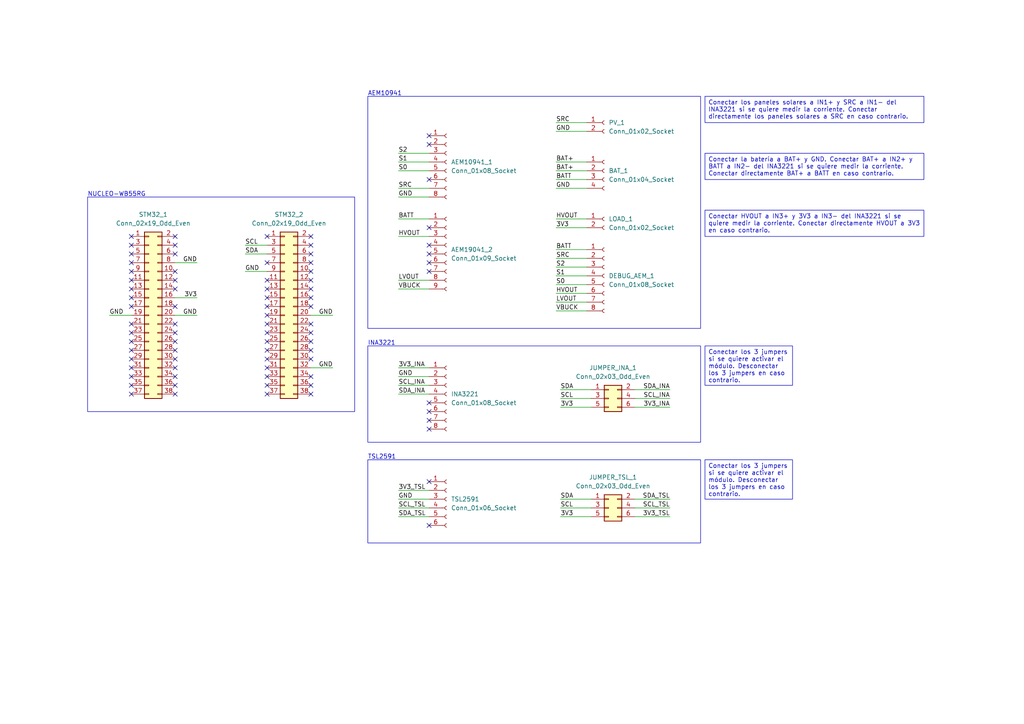
<source format=kicad_sch>
(kicad_sch (version 20250114) (generator "eeschema") (generator_version "9.0")
  (paper "A4")
  (lib_symbols
    (symbol "Conn_02x19_Odd_Even_1" (pin_names (offset 1.016) (hide yes))
      (property "Reference" "J" (at 1.27 25.4 0))
      (property "Value" "Conn_02x19_Odd_Even" (at 1.27 -25.4 0))
      (symbol "Conn_02x19_Odd_Even_1_1_1"
        (rectangle (start -1.27 24.13) (end 3.81 -24.13) (stroke (width 0.254)) (fill (type background)))
        (rectangle (start -1.27 22.987) (end 0 22.733) (stroke (width 0.1524)))
        (rectangle (start -1.27 20.447) (end 0 20.193) (stroke (width 0.1524)))
        (rectangle (start -1.27 17.907) (end 0 17.653) (stroke (width 0.1524)))
        (rectangle (start -1.27 15.367) (end 0 15.113) (stroke (width 0.1524)))
        (rectangle (start -1.27 12.827) (end 0 12.573) (stroke (width 0.1524)))
        (rectangle (start -1.27 10.287) (end 0 10.033) (stroke (width 0.1524)))
        (rectangle (start -1.27 7.747) (end 0 7.493) (stroke (width 0.1524)))
        (rectangle (start -1.27 5.207) (end 0 4.953) (stroke (width 0.1524)))
        (rectangle (start -1.27 2.667) (end 0 2.413) (stroke (width 0.1524)))
        (rectangle (start -1.27 0.127) (end 0 -0.127) (stroke (width 0.1524)))
        (rectangle (start -1.27 -2.413) (end 0 -2.667) (stroke (width 0.1524)))
        (rectangle (start -1.27 -4.953) (end 0 -5.207) (stroke (width 0.1524)))
        (rectangle (start -1.27 -7.493) (end 0 -7.747) (stroke (width 0.1524)))
        (rectangle (start -1.27 -10.033) (end 0 -10.287) (stroke (width 0.1524)))
        (rectangle (start -1.27 -12.573) (end 0 -12.827) (stroke (width 0.1524)))
        (rectangle (start -1.27 -15.113) (end 0 -15.367) (stroke (width 0.1524)))
        (rectangle (start -1.27 -17.653) (end 0 -17.907) (stroke (width 0.1524)))
        (rectangle (start -1.27 -20.193) (end 0 -20.447) (stroke (width 0.1524)))
        (rectangle (start -1.27 -22.733) (end 0 -22.987) (stroke (width 0.1524)))
        (rectangle (start 3.81 22.987) (end 2.54 22.733) (stroke (width 0.1524)))
        (rectangle (start 3.81 20.447) (end 2.54 20.193) (stroke (width 0.1524)))
        (rectangle (start 3.81 17.907) (end 2.54 17.653) (stroke (width 0.1524)))
        (rectangle (start 3.81 15.367) (end 2.54 15.113) (stroke (width 0.1524)))
        (rectangle (start 3.81 12.827) (end 2.54 12.573) (stroke (width 0.1524)))
        (rectangle (start 3.81 10.287) (end 2.54 10.033) (stroke (width 0.1524)))
        (rectangle (start 3.81 7.747) (end 2.54 7.493) (stroke (width 0.1524)))
        (rectangle (start 3.81 5.207) (end 2.54 4.953) (stroke (width 0.1524)))
        (rectangle (start 3.81 2.667) (end 2.54 2.413) (stroke (width 0.1524)))
        (rectangle (start 3.81 0.127) (end 2.54 -0.127) (stroke (width 0.1524)))
        (rectangle (start 3.81 -2.413) (end 2.54 -2.667) (stroke (width 0.1524)))
        (rectangle (start 3.81 -4.953) (end 2.54 -5.207) (stroke (width 0.1524)))
        (rectangle (start 3.81 -7.493) (end 2.54 -7.747) (stroke (width 0.1524)))
        (rectangle (start 3.81 -10.033) (end 2.54 -10.287) (stroke (width 0.1524)))
        (rectangle (start 3.81 -12.573) (end 2.54 -12.827) (stroke (width 0.1524)))
        (rectangle (start 3.81 -15.113) (end 2.54 -15.367) (stroke (width 0.1524)))
        (rectangle (start 3.81 -17.653) (end 2.54 -17.907) (stroke (width 0.1524)))
        (rectangle (start 3.81 -20.193) (end 2.54 -20.447) (stroke (width 0.1524)))
        (rectangle (start 3.81 -22.733) (end 2.54 -22.987) (stroke (width 0.1524)))
        (pin passive line (at -5.08 22.86 0) (length 3.81) (name "Pin_1") (number "1"))
        (pin passive line (at -5.08 20.32 0) (length 3.81) (name "Pin_3") (number "3"))
        (pin passive line (at -5.08 17.78 0) (length 3.81) (name "Pin_5") (number "5"))
        (pin passive line (at -5.08 15.24 0) (length 3.81) (name "Pin_7") (number "7"))
        (pin passive line (at -5.08 12.7 0) (length 3.81) (name "Pin_9") (number "9"))
        (pin passive line (at -5.08 10.16 0) (length 3.81) (name "Pin_11") (number "11"))
        (pin passive line (at -5.08 7.62 0) (length 3.81) (name "Pin_13") (number "13"))
        (pin passive line (at -5.08 5.08 0) (length 3.81) (name "Pin_15") (number "15"))
        (pin passive line (at -5.08 2.54 0) (length 3.81) (name "Pin_17") (number "17"))
        (pin passive line (at -5.08 0 0) (length 3.81) (name "Pin_19") (number "19"))
        (pin passive line (at -5.08 -2.54 0) (length 3.81) (name "Pin_21") (number "21"))
        (pin passive line (at -5.08 -5.08 0) (length 3.81) (name "Pin_23") (number "23"))
        (pin passive line (at -5.08 -7.62 0) (length 3.81) (name "Pin_25") (number "25"))
        (pin passive line (at -5.08 -10.16 0) (length 3.81) (name "Pin_27") (number "27"))
        (pin passive line (at -5.08 -12.7 0) (length 3.81) (name "Pin_29") (number "29"))
        (pin passive line (at -5.08 -15.24 0) (length 3.81) (name "Pin_31") (number "31"))
        (pin passive line (at -5.08 -17.78 0) (length 3.81) (name "Pin_33") (number "33"))
        (pin passive line (at -5.08 -20.32 0) (length 3.81) (name "Pin_35") (number "35"))
        (pin passive line (at -5.08 -22.86 0) (length 3.81) (name "Pin_37") (number "37"))
        (pin passive line (at 7.62 22.86 180) (length 3.81) (name "Pin_2") (number "2"))
        (pin passive line (at 7.62 20.32 180) (length 3.81) (name "Pin_4") (number "4"))
        (pin passive line (at 7.62 17.78 180) (length 3.81) (name "Pin_6") (number "6"))
        (pin passive line (at 7.62 15.24 180) (length 3.81) (name "Pin_8") (number "8"))
        (pin passive line (at 7.62 12.7 180) (length 3.81) (name "Pin_10") (number "10"))
        (pin passive line (at 7.62 10.16 180) (length 3.81) (name "Pin_12") (number "12"))
        (pin passive line (at 7.62 7.62 180) (length 3.81) (name "Pin_14") (number "14"))
        (pin passive line (at 7.62 5.08 180) (length 3.81) (name "Pin_16") (number "16"))
        (pin passive line (at 7.62 2.54 180) (length 3.81) (name "Pin_18") (number "18"))
        (pin passive line (at 7.62 0 180) (length 3.81) (name "Pin_20") (number "20"))
        (pin passive line (at 7.62 -2.54 180) (length 3.81) (name "Pin_22") (number "22"))
        (pin passive line (at 7.62 -5.08 180) (length 3.81) (name "Pin_24") (number "24"))
        (pin passive line (at 7.62 -7.62 180) (length 3.81) (name "Pin_26") (number "26"))
        (pin passive line (at 7.62 -10.16 180) (length 3.81) (name "Pin_28") (number "28"))
        (pin passive line (at 7.62 -12.7 180) (length 3.81) (name "Pin_30") (number "30"))
        (pin passive line (at 7.62 -15.24 180) (length 3.81) (name "Pin_32") (number "32"))
        (pin passive line (at 7.62 -17.78 180) (length 3.81) (name "Pin_34") (number "34"))
        (pin passive line (at 7.62 -20.32 180) (length 3.81) (name "Pin_36") (number "36"))
        (pin passive line (at 7.62 -22.86 180) (length 3.81) (name "Pin_38") (number "38"))
      )
    )
    (symbol "Connector:Conn_01x02_Socket" (pin_names (offset 1.016) (hide yes))
      (property "Reference" "J" (at 0 2.54 0))
      (property "Value" "Conn_01x02_Socket" (at 0 -5.08 0))
      (symbol "Conn_01x02_Socket_1_1"
        (polyline (pts (xy -1.27 0) (xy -0.508 0)) (stroke (width 0.1524)))
        (polyline (pts (xy -1.27 -2.54) (xy -0.508 -2.54)) (stroke (width 0.1524)))
        (arc (start 0 -0.508) (mid -0.5058 0) (end 0 0.508) (stroke (width 0.1524)))
        (arc (start 0 -3.048) (mid -0.5058 -2.54) (end 0 -2.032) (stroke (width 0.1524)))
        (pin passive line (at -5.08 0 0) (length 3.81) (name "Pin_1") (number "1"))
        (pin passive line (at -5.08 -2.54 0) (length 3.81) (name "Pin_2") (number "2"))
      )
    )
    (symbol "Connector:Conn_01x04_Socket" (pin_names (offset 1.016) (hide yes))
      (property "Reference" "J" (at 0 5.08 0))
      (property "Value" "Conn_01x04_Socket" (at 0 -7.62 0))
      (symbol "Conn_01x04_Socket_1_1"
        (polyline (pts (xy -1.27 2.54) (xy -0.508 2.54)) (stroke (width 0.1524)))
        (polyline (pts (xy -1.27 0) (xy -0.508 0)) (stroke (width 0.1524)))
        (polyline (pts (xy -1.27 -2.54) (xy -0.508 -2.54)) (stroke (width 0.1524)))
        (polyline (pts (xy -1.27 -5.08) (xy -0.508 -5.08)) (stroke (width 0.1524)))
        (arc (start 0 2.032) (mid -0.5058 2.54) (end 0 3.048) (stroke (width 0.1524)))
        (arc (start 0 -0.508) (mid -0.5058 0) (end 0 0.508) (stroke (width 0.1524)))
        (arc (start 0 -3.048) (mid -0.5058 -2.54) (end 0 -2.032) (stroke (width 0.1524)))
        (arc (start 0 -5.588) (mid -0.5058 -5.08) (end 0 -4.572) (stroke (width 0.1524)))
        (pin passive line (at -5.08 2.54 0) (length 3.81) (name "Pin_1") (number "1"))
        (pin passive line (at -5.08 0 0) (length 3.81) (name "Pin_2") (number "2"))
        (pin passive line (at -5.08 -2.54 0) (length 3.81) (name "Pin_3") (number "3"))
        (pin passive line (at -5.08 -5.08 0) (length 3.81) (name "Pin_4") (number "4"))
      )
    )
    (symbol "Connector:Conn_01x06_Socket" (pin_names (offset 1.016) (hide yes))
      (property "Reference" "J" (at 0 7.62 0))
      (property "Value" "Conn_01x06_Socket" (at 0 -10.16 0))
      (symbol "Conn_01x06_Socket_1_1"
        (polyline (pts (xy -1.27 5.08) (xy -0.508 5.08)) (stroke (width 0.1524)))
        (polyline (pts (xy -1.27 2.54) (xy -0.508 2.54)) (stroke (width 0.1524)))
        (polyline (pts (xy -1.27 0) (xy -0.508 0)) (stroke (width 0.1524)))
        (polyline (pts (xy -1.27 -2.54) (xy -0.508 -2.54)) (stroke (width 0.1524)))
        (polyline (pts (xy -1.27 -5.08) (xy -0.508 -5.08)) (stroke (width 0.1524)))
        (polyline (pts (xy -1.27 -7.62) (xy -0.508 -7.62)) (stroke (width 0.1524)))
        (arc (start 0 4.572) (mid -0.5058 5.08) (end 0 5.588) (stroke (width 0.1524)))
        (arc (start 0 2.032) (mid -0.5058 2.54) (end 0 3.048) (stroke (width 0.1524)))
        (arc (start 0 -0.508) (mid -0.5058 0) (end 0 0.508) (stroke (width 0.1524)))
        (arc (start 0 -3.048) (mid -0.5058 -2.54) (end 0 -2.032) (stroke (width 0.1524)))
        (arc (start 0 -5.588) (mid -0.5058 -5.08) (end 0 -4.572) (stroke (width 0.1524)))
        (arc (start 0 -8.128) (mid -0.5058 -7.62) (end 0 -7.112) (stroke (width 0.1524)))
        (pin passive line (at -5.08 5.08 0) (length 3.81) (name "Pin_1") (number "1"))
        (pin passive line (at -5.08 2.54 0) (length 3.81) (name "Pin_2") (number "2"))
        (pin passive line (at -5.08 0 0) (length 3.81) (name "Pin_3") (number "3"))
        (pin passive line (at -5.08 -2.54 0) (length 3.81) (name "Pin_4") (number "4"))
        (pin passive line (at -5.08 -5.08 0) (length 3.81) (name "Pin_5") (number "5"))
        (pin passive line (at -5.08 -7.62 0) (length 3.81) (name "Pin_6") (number "6"))
      )
    )
    (symbol "Connector:Conn_01x08_Socket" (pin_names (offset 1.016) (hide yes))
      (property "Reference" "J" (at 0 10.16 0))
      (property "Value" "Conn_01x08_Socket" (at 0 -12.7 0))
      (symbol "Conn_01x08_Socket_1_1"
        (polyline (pts (xy -1.27 7.62) (xy -0.508 7.62)) (stroke (width 0.1524)))
        (polyline (pts (xy -1.27 5.08) (xy -0.508 5.08)) (stroke (width 0.1524)))
        (polyline (pts (xy -1.27 2.54) (xy -0.508 2.54)) (stroke (width 0.1524)))
        (polyline (pts (xy -1.27 0) (xy -0.508 0)) (stroke (width 0.1524)))
        (polyline (pts (xy -1.27 -2.54) (xy -0.508 -2.54)) (stroke (width 0.1524)))
        (polyline (pts (xy -1.27 -5.08) (xy -0.508 -5.08)) (stroke (width 0.1524)))
        (polyline (pts (xy -1.27 -7.62) (xy -0.508 -7.62)) (stroke (width 0.1524)))
        (polyline (pts (xy -1.27 -10.16) (xy -0.508 -10.16)) (stroke (width 0.1524)))
        (arc (start 0 7.112) (mid -0.5058 7.62) (end 0 8.128) (stroke (width 0.1524)))
        (arc (start 0 4.572) (mid -0.5058 5.08) (end 0 5.588) (stroke (width 0.1524)))
        (arc (start 0 2.032) (mid -0.5058 2.54) (end 0 3.048) (stroke (width 0.1524)))
        (arc (start 0 -0.508) (mid -0.5058 0) (end 0 0.508) (stroke (width 0.1524)))
        (arc (start 0 -3.048) (mid -0.5058 -2.54) (end 0 -2.032) (stroke (width 0.1524)))
        (arc (start 0 -5.588) (mid -0.5058 -5.08) (end 0 -4.572) (stroke (width 0.1524)))
        (arc (start 0 -8.128) (mid -0.5058 -7.62) (end 0 -7.112) (stroke (width 0.1524)))
        (arc (start 0 -10.668) (mid -0.5058 -10.16) (end 0 -9.652) (stroke (width 0.1524)))
        (pin passive line (at -5.08 7.62 0) (length 3.81) (name "Pin_1") (number "1"))
        (pin passive line (at -5.08 5.08 0) (length 3.81) (name "Pin_2") (number "2"))
        (pin passive line (at -5.08 2.54 0) (length 3.81) (name "Pin_3") (number "3"))
        (pin passive line (at -5.08 0 0) (length 3.81) (name "Pin_4") (number "4"))
        (pin passive line (at -5.08 -2.54 0) (length 3.81) (name "Pin_5") (number "5"))
        (pin passive line (at -5.08 -5.08 0) (length 3.81) (name "Pin_6") (number "6"))
        (pin passive line (at -5.08 -7.62 0) (length 3.81) (name "Pin_7") (number "7"))
        (pin passive line (at -5.08 -10.16 0) (length 3.81) (name "Pin_8") (number "8"))
      )
    )
    (symbol "Connector:Conn_01x09_Socket" (pin_names (offset 1.016) (hide yes))
      (property "Reference" "J" (at 0 12.7 0))
      (property "Value" "Conn_01x09_Socket" (at 0 -12.7 0))
      (symbol "Conn_01x09_Socket_1_1"
        (polyline (pts (xy -1.27 10.16) (xy -0.508 10.16)) (stroke (width 0.1524)))
        (polyline (pts (xy -1.27 7.62) (xy -0.508 7.62)) (stroke (width 0.1524)))
        (polyline (pts (xy -1.27 5.08) (xy -0.508 5.08)) (stroke (width 0.1524)))
        (polyline (pts (xy -1.27 2.54) (xy -0.508 2.54)) (stroke (width 0.1524)))
        (polyline (pts (xy -1.27 0) (xy -0.508 0)) (stroke (width 0.1524)))
        (polyline (pts (xy -1.27 -2.54) (xy -0.508 -2.54)) (stroke (width 0.1524)))
        (polyline (pts (xy -1.27 -5.08) (xy -0.508 -5.08)) (stroke (width 0.1524)))
        (polyline (pts (xy -1.27 -7.62) (xy -0.508 -7.62)) (stroke (width 0.1524)))
        (polyline (pts (xy -1.27 -10.16) (xy -0.508 -10.16)) (stroke (width 0.1524)))
        (arc (start 0 9.652) (mid -0.5058 10.16) (end 0 10.668) (stroke (width 0.1524)))
        (arc (start 0 7.112) (mid -0.5058 7.62) (end 0 8.128) (stroke (width 0.1524)))
        (arc (start 0 4.572) (mid -0.5058 5.08) (end 0 5.588) (stroke (width 0.1524)))
        (arc (start 0 2.032) (mid -0.5058 2.54) (end 0 3.048) (stroke (width 0.1524)))
        (arc (start 0 -0.508) (mid -0.5058 0) (end 0 0.508) (stroke (width 0.1524)))
        (arc (start 0 -3.048) (mid -0.5058 -2.54) (end 0 -2.032) (stroke (width 0.1524)))
        (arc (start 0 -5.588) (mid -0.5058 -5.08) (end 0 -4.572) (stroke (width 0.1524)))
        (arc (start 0 -8.128) (mid -0.5058 -7.62) (end 0 -7.112) (stroke (width 0.1524)))
        (arc (start 0 -10.668) (mid -0.5058 -10.16) (end 0 -9.652) (stroke (width 0.1524)))
        (pin passive line (at -5.08 10.16 0) (length 3.81) (name "Pin_1") (number "1"))
        (pin passive line (at -5.08 7.62 0) (length 3.81) (name "Pin_2") (number "2"))
        (pin passive line (at -5.08 5.08 0) (length 3.81) (name "Pin_3") (number "3"))
        (pin passive line (at -5.08 2.54 0) (length 3.81) (name "Pin_4") (number "4"))
        (pin passive line (at -5.08 0 0) (length 3.81) (name "Pin_5") (number "5"))
        (pin passive line (at -5.08 -2.54 0) (length 3.81) (name "Pin_6") (number "6"))
        (pin passive line (at -5.08 -5.08 0) (length 3.81) (name "Pin_7") (number "7"))
        (pin passive line (at -5.08 -7.62 0) (length 3.81) (name "Pin_8") (number "8"))
        (pin passive line (at -5.08 -10.16 0) (length 3.81) (name "Pin_9") (number "9"))
      )
    )
    (symbol "Connector_Generic:Conn_02x03_Odd_Even" (pin_names (offset 1.016) (hide yes))
      (property "Reference" "J" (at 1.27 5.08 0))
      (property "Value" "Conn_02x03_Odd_Even" (at 1.27 -5.08 0))
      (symbol "Conn_02x03_Odd_Even_1_1"
        (rectangle (start -1.27 3.81) (end 3.81 -3.81) (stroke (width 0.254)) (fill (type background)))
        (rectangle (start -1.27 2.667) (end 0 2.413) (stroke (width 0.1524)))
        (rectangle (start -1.27 0.127) (end 0 -0.127) (stroke (width 0.1524)))
        (rectangle (start -1.27 -2.413) (end 0 -2.667) (stroke (width 0.1524)))
        (rectangle (start 3.81 2.667) (end 2.54 2.413) (stroke (width 0.1524)))
        (rectangle (start 3.81 0.127) (end 2.54 -0.127) (stroke (width 0.1524)))
        (rectangle (start 3.81 -2.413) (end 2.54 -2.667) (stroke (width 0.1524)))
        (pin passive line (at -5.08 2.54 0) (length 3.81) (name "Pin_1") (number "1"))
        (pin passive line (at -5.08 0 0) (length 3.81) (name "Pin_3") (number "3"))
        (pin passive line (at -5.08 -2.54 0) (length 3.81) (name "Pin_5") (number "5"))
        (pin passive line (at 7.62 2.54 180) (length 3.81) (name "Pin_2") (number "2"))
        (pin passive line (at 7.62 0 180) (length 3.81) (name "Pin_4") (number "4"))
        (pin passive line (at 7.62 -2.54 180) (length 3.81) (name "Pin_6") (number "6"))
      )
    )
    (symbol "Connector_Generic:Conn_02x19_Odd_Even" (pin_names (offset 1.016) (hide yes))
      (property "Reference" "J" (at 1.27 25.4 0))
      (property "Value" "Conn_02x19_Odd_Even" (at 1.27 -25.4 0))
      (symbol "Conn_02x19_Odd_Even_1_1"
        (rectangle (start -1.27 24.13) (end 3.81 -24.13) (stroke (width 0.254)) (fill (type background)))
        (rectangle (start -1.27 22.987) (end 0 22.733) (stroke (width 0.1524)))
        (rectangle (start -1.27 20.447) (end 0 20.193) (stroke (width 0.1524)))
        (rectangle (start -1.27 17.907) (end 0 17.653) (stroke (width 0.1524)))
        (rectangle (start -1.27 15.367) (end 0 15.113) (stroke (width 0.1524)))
        (rectangle (start -1.27 12.827) (end 0 12.573) (stroke (width 0.1524)))
        (rectangle (start -1.27 10.287) (end 0 10.033) (stroke (width 0.1524)))
        (rectangle (start -1.27 7.747) (end 0 7.493) (stroke (width 0.1524)))
        (rectangle (start -1.27 5.207) (end 0 4.953) (stroke (width 0.1524)))
        (rectangle (start -1.27 2.667) (end 0 2.413) (stroke (width 0.1524)))
        (rectangle (start -1.27 0.127) (end 0 -0.127) (stroke (width 0.1524)))
        (rectangle (start -1.27 -2.413) (end 0 -2.667) (stroke (width 0.1524)))
        (rectangle (start -1.27 -4.953) (end 0 -5.207) (stroke (width 0.1524)))
        (rectangle (start -1.27 -7.493) (end 0 -7.747) (stroke (width 0.1524)))
        (rectangle (start -1.27 -10.033) (end 0 -10.287) (stroke (width 0.1524)))
        (rectangle (start -1.27 -12.573) (end 0 -12.827) (stroke (width 0.1524)))
        (rectangle (start -1.27 -15.113) (end 0 -15.367) (stroke (width 0.1524)))
        (rectangle (start -1.27 -17.653) (end 0 -17.907) (stroke (width 0.1524)))
        (rectangle (start -1.27 -20.193) (end 0 -20.447) (stroke (width 0.1524)))
        (rectangle (start -1.27 -22.733) (end 0 -22.987) (stroke (width 0.1524)))
        (rectangle (start 3.81 22.987) (end 2.54 22.733) (stroke (width 0.1524)))
        (rectangle (start 3.81 20.447) (end 2.54 20.193) (stroke (width 0.1524)))
        (rectangle (start 3.81 17.907) (end 2.54 17.653) (stroke (width 0.1524)))
        (rectangle (start 3.81 15.367) (end 2.54 15.113) (stroke (width 0.1524)))
        (rectangle (start 3.81 12.827) (end 2.54 12.573) (stroke (width 0.1524)))
        (rectangle (start 3.81 10.287) (end 2.54 10.033) (stroke (width 0.1524)))
        (rectangle (start 3.81 7.747) (end 2.54 7.493) (stroke (width 0.1524)))
        (rectangle (start 3.81 5.207) (end 2.54 4.953) (stroke (width 0.1524)))
        (rectangle (start 3.81 2.667) (end 2.54 2.413) (stroke (width 0.1524)))
        (rectangle (start 3.81 0.127) (end 2.54 -0.127) (stroke (width 0.1524)))
        (rectangle (start 3.81 -2.413) (end 2.54 -2.667) (stroke (width 0.1524)))
        (rectangle (start 3.81 -4.953) (end 2.54 -5.207) (stroke (width 0.1524)))
        (rectangle (start 3.81 -7.493) (end 2.54 -7.747) (stroke (width 0.1524)))
        (rectangle (start 3.81 -10.033) (end 2.54 -10.287) (stroke (width 0.1524)))
        (rectangle (start 3.81 -12.573) (end 2.54 -12.827) (stroke (width 0.1524)))
        (rectangle (start 3.81 -15.113) (end 2.54 -15.367) (stroke (width 0.1524)))
        (rectangle (start 3.81 -17.653) (end 2.54 -17.907) (stroke (width 0.1524)))
        (rectangle (start 3.81 -20.193) (end 2.54 -20.447) (stroke (width 0.1524)))
        (rectangle (start 3.81 -22.733) (end 2.54 -22.987) (stroke (width 0.1524)))
        (pin passive line (at -5.08 22.86 0) (length 3.81) (name "Pin_1") (number "1"))
        (pin passive line (at -5.08 20.32 0) (length 3.81) (name "Pin_3") (number "3"))
        (pin passive line (at -5.08 17.78 0) (length 3.81) (name "Pin_5") (number "5"))
        (pin passive line (at -5.08 15.24 0) (length 3.81) (name "Pin_7") (number "7"))
        (pin passive line (at -5.08 12.7 0) (length 3.81) (name "Pin_9") (number "9"))
        (pin passive line (at -5.08 10.16 0) (length 3.81) (name "Pin_11") (number "11"))
        (pin passive line (at -5.08 7.62 0) (length 3.81) (name "Pin_13") (number "13"))
        (pin passive line (at -5.08 5.08 0) (length 3.81) (name "Pin_15") (number "15"))
        (pin passive line (at -5.08 2.54 0) (length 3.81) (name "Pin_17") (number "17"))
        (pin passive line (at -5.08 0 0) (length 3.81) (name "Pin_19") (number "19"))
        (pin passive line (at -5.08 -2.54 0) (length 3.81) (name "Pin_21") (number "21"))
        (pin passive line (at -5.08 -5.08 0) (length 3.81) (name "Pin_23") (number "23"))
        (pin passive line (at -5.08 -7.62 0) (length 3.81) (name "Pin_25") (number "25"))
        (pin passive line (at -5.08 -10.16 0) (length 3.81) (name "Pin_27") (number "27"))
        (pin passive line (at -5.08 -12.7 0) (length 3.81) (name "Pin_29") (number "29"))
        (pin passive line (at -5.08 -15.24 0) (length 3.81) (name "Pin_31") (number "31"))
        (pin passive line (at -5.08 -17.78 0) (length 3.81) (name "Pin_33") (number "33"))
        (pin passive line (at -5.08 -20.32 0) (length 3.81) (name "Pin_35") (number "35"))
        (pin passive line (at -5.08 -22.86 0) (length 3.81) (name "Pin_37") (number "37"))
        (pin passive line (at 7.62 22.86 180) (length 3.81) (name "Pin_2") (number "2"))
        (pin passive line (at 7.62 20.32 180) (length 3.81) (name "Pin_4") (number "4"))
        (pin passive line (at 7.62 17.78 180) (length 3.81) (name "Pin_6") (number "6"))
        (pin passive line (at 7.62 15.24 180) (length 3.81) (name "Pin_8") (number "8"))
        (pin passive line (at 7.62 12.7 180) (length 3.81) (name "Pin_10") (number "10"))
        (pin passive line (at 7.62 10.16 180) (length 3.81) (name "Pin_12") (number "12"))
        (pin passive line (at 7.62 7.62 180) (length 3.81) (name "Pin_14") (number "14"))
        (pin passive line (at 7.62 5.08 180) (length 3.81) (name "Pin_16") (number "16"))
        (pin passive line (at 7.62 2.54 180) (length 3.81) (name "Pin_18") (number "18"))
        (pin passive line (at 7.62 0 180) (length 3.81) (name "Pin_20") (number "20"))
        (pin passive line (at 7.62 -2.54 180) (length 3.81) (name "Pin_22") (number "22"))
        (pin passive line (at 7.62 -5.08 180) (length 3.81) (name "Pin_24") (number "24"))
        (pin passive line (at 7.62 -7.62 180) (length 3.81) (name "Pin_26") (number "26"))
        (pin passive line (at 7.62 -10.16 180) (length 3.81) (name "Pin_28") (number "28"))
        (pin passive line (at 7.62 -12.7 180) (length 3.81) (name "Pin_30") (number "30"))
        (pin passive line (at 7.62 -15.24 180) (length 3.81) (name "Pin_32") (number "32"))
        (pin passive line (at 7.62 -17.78 180) (length 3.81) (name "Pin_34") (number "34"))
        (pin passive line (at 7.62 -20.32 180) (length 3.81) (name "Pin_36") (number "36"))
        (pin passive line (at 7.62 -22.86 180) (length 3.81) (name "Pin_38") (number "38"))
      )
    )
  )
  (rectangle (start 106.68 100.33) (end 203.2 128.27))
  (rectangle (start 25.4 57.15) (end 102.87 119.38))
  (rectangle (start 106.68 27.94) (end 203.2 95.25))
  (rectangle (start 106.68 133.35) (end 203.2 157.48))
  (text "TSL2591" (at 106.68 133.35 0) (effects (font (size 1.27 1.27)) (justify left bottom)))
  (text "AEM10941" (at 106.68 27.94 0) (effects (font (size 1.27 1.27)) (justify left bottom)))
  (text "NUCLEO-WB55RG" (at 25.4 57.15 0) (effects (font (size 1.27 1.27)) (justify left bottom)))
  (text "INA3221" (at 106.68 100.33 0) (effects (font (size 1.27 1.27)) (justify left bottom)))
  (text_box "Conectar la batería a BAT+ y GND. Conectar BAT+ a IN2+ y BATT a IN2- del INA3221 si se quiere medir la corriente. Conectar directamente BAT+ a BATT en caso contrario." (at 204.47 44.45 0) (size 63.5 7.62) (margins 0.9525 0.9525 0.9525 0.9525) (effects (font (size 1.27 1.27)) (justify left top)))
  (text_box "Conectar HVOUT a IN3+ y 3V3 a IN3- del INA3221 si se quiere medir la corriente. Conectar directamente HVOUT a 3V3 en caso contrario." (at 204.47 60.96 0) (size 63.5 7.62) (margins 0.9525 0.9525 0.9525 0.9525) (effects (font (size 1.27 1.27)) (justify left top)))
  (text_box "Conectar los 3 jumpers si se quiere activar el módulo. Desconectar los 3 jumpers en caso contrario." (at 204.47 100.33 0) (size 25.4 11.43) (margins 0.9525 0.9525 0.9525 0.9525) (effects (font (size 1.27 1.27)) (justify left top)))
  (text_box "Conectar los paneles solares a IN1+ y SRC a IN1- del INA3221 si se quiere medir la corriente. Conectar directamente los paneles solares a SRC en caso contrario." (at 204.47 27.94 0) (size 63.5 7.62) (margins 0.9525 0.9525 0.9525 0.9525) (effects (font (size 1.27 1.27)) (justify left top)))
  (text_box "Conectar los 3 jumpers si se quiere activar el módulo. Desconectar los 3 jumpers en caso contrario." (at 204.47 133.35 0) (size 25.4 11.43) (margins 0.9525 0.9525 0.9525 0.9525) (effects (font (size 1.27 1.27)) (justify left top)))
  (no_connect (at 77.47 101.6))
  (no_connect (at 90.17 96.52))
  (no_connect (at 124.46 119.38))
  (no_connect (at 77.47 106.68))
  (no_connect (at 50.8 114.3))
  (no_connect (at 77.47 99.06))
  (no_connect (at 77.47 111.76))
  (no_connect (at 50.8 101.6))
  (no_connect (at 90.17 101.6))
  (no_connect (at 124.46 73.66))
  (no_connect (at 90.17 93.98))
  (no_connect (at 90.17 76.2))
  (no_connect (at 124.46 78.74))
  (no_connect (at 77.47 88.9))
  (no_connect (at 38.1 73.66))
  (no_connect (at 38.1 99.06))
  (no_connect (at 50.8 93.98))
  (no_connect (at 90.17 81.28))
  (no_connect (at 77.47 96.52))
  (no_connect (at 124.46 39.37))
  (no_connect (at 90.17 88.9))
  (no_connect (at 90.17 68.58))
  (no_connect (at 38.1 114.3))
  (no_connect (at 38.1 101.6))
  (no_connect (at 38.1 93.98))
  (no_connect (at 124.46 71.12))
  (no_connect (at 38.1 81.28))
  (no_connect (at 38.1 83.82))
  (no_connect (at 38.1 106.68))
  (no_connect (at 50.8 83.82))
  (no_connect (at 50.8 81.28))
  (no_connect (at 38.1 86.36))
  (no_connect (at 77.47 114.3))
  (no_connect (at 77.47 91.44))
  (no_connect (at 124.46 152.4))
  (no_connect (at 38.1 111.76))
  (no_connect (at 38.1 78.74))
  (no_connect (at 90.17 86.36))
  (no_connect (at 38.1 109.22))
  (no_connect (at 38.1 104.14))
  (no_connect (at 38.1 76.2))
  (no_connect (at 124.46 121.92))
  (no_connect (at 90.17 111.76))
  (no_connect (at 38.1 96.52))
  (no_connect (at 124.46 139.7))
  (no_connect (at 124.46 76.2))
  (no_connect (at 90.17 99.06))
  (no_connect (at 90.17 104.14))
  (no_connect (at 90.17 83.82))
  (no_connect (at 124.46 52.07))
  (no_connect (at 50.8 104.14))
  (no_connect (at 77.47 81.28))
  (no_connect (at 124.46 41.91))
  (no_connect (at 90.17 78.74))
  (no_connect (at 50.8 78.74))
  (no_connect (at 50.8 68.58))
  (no_connect (at 77.47 76.2))
  (no_connect (at 77.47 93.98))
  (no_connect (at 50.8 73.66))
  (no_connect (at 50.8 71.12))
  (no_connect (at 50.8 96.52))
  (no_connect (at 77.47 68.58))
  (no_connect (at 124.46 66.04))
  (no_connect (at 50.8 111.76))
  (no_connect (at 124.46 116.84))
  (no_connect (at 90.17 109.22))
  (no_connect (at 50.8 109.22))
  (no_connect (at 38.1 68.58))
  (no_connect (at 90.17 114.3))
  (no_connect (at 124.46 124.46))
  (no_connect (at 50.8 88.9))
  (no_connect (at 38.1 88.9))
  (no_connect (at 77.47 104.14))
  (no_connect (at 50.8 99.06))
  (no_connect (at 90.17 71.12))
  (no_connect (at 77.47 83.82))
  (no_connect (at 77.47 109.22))
  (no_connect (at 90.17 73.66))
  (no_connect (at 38.1 71.12))
  (no_connect (at 77.47 86.36))
  (no_connect (at 50.8 106.68))
  (wire (pts (xy 161.29 49.53) (xy 170.18 49.53)))
  (wire (pts (xy 115.57 81.28) (xy 124.46 81.28)))
  (wire (pts (xy 115.57 68.58) (xy 124.46 68.58)))
  (wire (pts (xy 184.15 115.57) (xy 194.31 115.57)))
  (wire (pts (xy 162.56 118.11) (xy 171.45 118.11)))
  (wire (pts (xy 161.29 87.63) (xy 170.18 87.63)))
  (wire (pts (xy 162.56 147.32) (xy 171.45 147.32)))
  (wire (pts (xy 184.15 113.03) (xy 194.31 113.03)))
  (wire (pts (xy 161.29 90.17) (xy 170.18 90.17)))
  (wire (pts (xy 162.56 115.57) (xy 171.45 115.57)))
  (wire (pts (xy 115.57 54.61) (xy 124.46 54.61)))
  (wire (pts (xy 115.57 149.86) (xy 124.46 149.86)))
  (wire (pts (xy 115.57 44.45) (xy 124.46 44.45)))
  (wire (pts (xy 115.57 114.3) (xy 124.46 114.3)))
  (wire (pts (xy 161.29 72.39) (xy 170.18 72.39)))
  (wire (pts (xy 115.57 144.78) (xy 124.46 144.78)))
  (wire (pts (xy 115.57 57.15) (xy 124.46 57.15)))
  (wire (pts (xy 115.57 142.24) (xy 124.46 142.24)))
  (wire (pts (xy 161.29 74.93) (xy 170.18 74.93)))
  (wire (pts (xy 184.15 144.78) (xy 194.31 144.78)))
  (wire (pts (xy 50.8 86.36) (xy 57.15 86.36)))
  (wire (pts (xy 77.47 71.12) (xy 71.12 71.12)))
  (wire (pts (xy 162.56 149.86) (xy 171.45 149.86)))
  (wire (pts (xy 115.57 109.22) (xy 124.46 109.22)))
  (wire (pts (xy 162.56 113.03) (xy 171.45 113.03)))
  (wire (pts (xy 115.57 106.68) (xy 124.46 106.68)))
  (wire (pts (xy 115.57 46.99) (xy 124.46 46.99)))
  (wire (pts (xy 115.57 147.32) (xy 124.46 147.32)))
  (wire (pts (xy 90.17 91.44) (xy 96.52 91.44)))
  (wire (pts (xy 161.29 82.55) (xy 170.18 82.55)))
  (wire (pts (xy 162.56 144.78) (xy 171.45 144.78)))
  (wire (pts (xy 161.29 35.56) (xy 170.18 35.56)))
  (wire (pts (xy 161.29 80.01) (xy 170.18 80.01)))
  (wire (pts (xy 50.8 91.44) (xy 57.15 91.44)))
  (wire (pts (xy 161.29 63.5) (xy 170.18 63.5)))
  (wire (pts (xy 161.29 66.04) (xy 170.18 66.04)))
  (wire (pts (xy 161.29 54.61) (xy 170.18 54.61)))
  (wire (pts (xy 161.29 46.99) (xy 170.18 46.99)))
  (wire (pts (xy 31.75 91.44) (xy 38.1 91.44)))
  (wire (pts (xy 161.29 52.07) (xy 170.18 52.07)))
  (wire (pts (xy 184.15 147.32) (xy 194.31 147.32)))
  (wire (pts (xy 184.15 149.86) (xy 194.31 149.86)))
  (wire (pts (xy 161.29 85.09) (xy 170.18 85.09)))
  (wire (pts (xy 50.8 76.2) (xy 57.15 76.2)))
  (wire (pts (xy 71.12 73.66) (xy 77.47 73.66)))
  (wire (pts (xy 161.29 38.1) (xy 170.18 38.1)))
  (wire (pts (xy 90.17 106.68) (xy 96.52 106.68)))
  (wire (pts (xy 184.15 118.11) (xy 194.31 118.11)))
  (wire (pts (xy 115.57 49.53) (xy 124.46 49.53)))
  (wire (pts (xy 161.29 77.47) (xy 170.18 77.47)))
  (wire (pts (xy 71.12 78.74) (xy 77.47 78.74)))
  (wire (pts (xy 115.57 63.5) (xy 124.46 63.5)))
  (wire (pts (xy 115.57 83.82) (xy 124.46 83.82)))
  (wire (pts (xy 115.57 111.76) (xy 124.46 111.76)))
  (label "VBUCK" (at 161.29 90.17 0))
  (label "BAT+" (at 161.29 46.99 0))
  (label "GND" (at 115.57 109.22 0))
  (label "GND" (at 161.29 38.1 0))
  (label "SCL_INA" (at 115.57 111.76 0))
  (label "GND" (at 96.52 91.44 180))
  (label "3V3" (at 162.56 118.11 0))
  (label "BATT" (at 115.57 63.5 0))
  (label "BATT" (at 161.29 72.39 0))
  (label "GND" (at 31.75 91.44 0))
  (label "SCL" (at 162.56 115.57 0))
  (label "SDA_INA" (at 194.31 113.03 180))
  (label "SCL_INA" (at 194.31 115.57 180))
  (label "3V3_TSL" (at 115.57 142.24 0))
  (label "SDA_INA" (at 115.57 114.3 0))
  (label "3V3_INA" (at 194.31 118.11 180))
  (label "GND" (at 71.12 78.74 0))
  (label "LVOUT" (at 115.57 81.28 0))
  (label "S2" (at 161.29 77.47 0))
  (label "SRC" (at 161.29 35.56 0))
  (label "SDA" (at 71.12 73.66 0))
  (label "SCL_TSL" (at 194.31 147.32 180))
  (label "GND" (at 115.57 144.78 0))
  (label "BAT+" (at 161.29 49.53 0))
  (label "SDA" (at 162.56 144.78 0))
  (label "SRC" (at 115.57 54.61 0))
  (label "3V3" (at 161.29 66.04 0))
  (label "GND" (at 57.15 91.44 180))
  (label "GND" (at 96.52 106.68 180))
  (label "3V3_TSL" (at 194.31 149.86 180))
  (label "SCL_TSL" (at 115.57 147.32 0))
  (label "3V3_INA" (at 115.57 106.68 0))
  (label "HVOUT" (at 161.29 63.5 0))
  (label "GND" (at 57.15 76.2 180) (effects (font (thickness 0.1588))))
  (label "GND" (at 115.57 57.15 0))
  (label "S0" (at 115.57 49.53 0))
  (label "SDA" (at 162.56 113.03 0))
  (label "SDA_TSL" (at 194.31 144.78 180))
  (label "S2" (at 115.57 44.45 0))
  (label "SCL" (at 71.12 71.12 0))
  (label "BATT" (at 161.29 52.07 0))
  (label "SCL" (at 162.56 147.32 0))
  (label "VBUCK" (at 115.57 83.82 0))
  (label "SRC" (at 161.29 74.93 0))
  (label "LVOUT" (at 161.29 87.63 0))
  (label "S1" (at 161.29 80.01 0))
  (label "S1" (at 115.57 46.99 0))
  (label "HVOUT" (at 161.29 85.09 0))
  (label "HVOUT" (at 115.57 68.58 0))
  (label "S0" (at 161.29 82.55 0))
  (label "3V3" (at 162.56 149.86 0))
  (label "GND" (at 161.29 54.61 0))
  (label "3V3" (at 57.15 86.36 180))
  (label "SDA_TSL" (at 115.57 149.86 0))
  (symbol (lib_id "Connector:Conn_01x06_Socket") (at 129.54 144.78 0) (unit 1)
    (property "Reference" "TSL2591" (at 130.81 144.7799 0) (effects (justify left)))
    (property "Value" "Conn_01x06_Socket" (at 130.81 147.3199 0) (effects (justify left)))
    (property "Footprint" "Connector_PinSocket_2.54mm:PinSocket_1x06_P2.54mm_Vertical" (effects (hide yes)))
    (property "Description" "Generic connector, single row, 01x06, script generated" (effects (hide yes)))
  )
  (symbol (lib_id "Connector_Generic:Conn_02x03_Odd_Even") (at 176.53 115.57 0) (unit 1)
    (property "Reference" "JUMPER_INA_1" (at 177.8 106.68 0))
    (property "Value" "Conn_02x03_Odd_Even" (at 177.8 109.22 0))
    (property "Footprint" "Connector_PinHeader_2.54mm:PinHeader_2x03_P2.54mm_Vertical" (effects (hide yes)))
    (property "Description" "Generic connector, double row, 02x03, odd/even pin numbering scheme (row 1 odd numbers, row 2 even numbers), script generated (kicad-library-utils/schlib/autogen/connector/)" (effects (hide yes)))
  )
  (symbol (lib_id "Connector:Conn_01x08_Socket") (at 129.54 46.99 0) (unit 1)
    (property "Reference" "AEM10941_1" (at 130.81 46.9899 0) (effects (justify left)))
    (property "Value" "Conn_01x08_Socket" (at 130.81 49.5299 0) (effects (justify left)))
    (property "Footprint" "Connector_PinSocket_2.54mm:PinSocket_1x08_P2.54mm_Vertical" (effects (hide yes)))
    (property "Description" "Generic connector, single row, 01x08, script generated" (effects (hide yes)))
  )
  (symbol (lib_id "Connector_Generic:Conn_02x03_Odd_Even") (at 176.53 147.32 0) (unit 1)
    (property "Reference" "JUMPER_TSL_1" (at 177.8 138.43 0))
    (property "Value" "Conn_02x03_Odd_Even" (at 177.8 140.97 0))
    (property "Footprint" "Connector_PinHeader_2.54mm:PinHeader_2x03_P2.54mm_Vertical" (effects (hide yes)))
    (property "Description" "Generic connector, double row, 02x03, odd/even pin numbering scheme (row 1 odd numbers, row 2 even numbers), script generated (kicad-library-utils/schlib/autogen/connector/)" (effects (hide yes)))
  )
  (symbol (lib_id "Connector:Conn_01x09_Socket") (at 129.54 73.66 0) (unit 1)
    (property "Reference" "AEM19041_2" (at 130.81 72.3899 0) (effects (justify left)))
    (property "Value" "Conn_01x09_Socket" (at 130.81 74.9299 0) (effects (justify left)))
    (property "Footprint" "Connector_PinSocket_2.54mm:PinSocket_1x09_P2.54mm_Vertical" (effects (hide yes)))
    (property "Description" "Generic connector, single row, 01x09, script generated" (effects (hide yes)))
  )
  (symbol (lib_id "Connector_Generic:Conn_02x19_Odd_Even") (at 82.55 91.44 0) (unit 1)
    (property "Reference" "STM32_2" (at 83.82 62.23 0))
    (property "Value" "Conn_02x19_Odd_Even" (at 83.82 64.77 0))
    (property "Footprint" "Connector_PinSocket_2.54mm:PinSocket_2x19_P2.54mm_Vertical" (effects (hide yes)))
    (property "Description" "Generic connector, double row, 02x19, odd/even pin numbering scheme (row 1 odd numbers, row 2 even numbers), script generated (kicad-library-utils/schlib/autogen/connector/)" (effects (hide yes)))
  )
  (symbol (lib_id "Connector:Conn_01x02_Socket") (at 175.26 63.5 0) (unit 1)
    (property "Reference" "LOAD_1" (at 176.53 63.4999 0) (effects (justify left)))
    (property "Value" "Conn_01x02_Socket" (at 176.53 66.0399 0) (effects (justify left)))
    (property "Footprint" "Connector_PinSocket_2.54mm:PinSocket_1x02_P2.54mm_Vertical" (effects (hide yes)))
    (property "Description" "Generic connector, single row, 01x02, script generated" (effects (hide yes)))
  )
  (symbol (lib_id "Connector:Conn_01x08_Socket") (at 129.54 114.3 0) (unit 1)
    (property "Reference" "INA3221" (at 130.81 114.2999 0) (effects (justify left)))
    (property "Value" "Conn_01x08_Socket" (at 130.81 116.8399 0) (effects (justify left)))
    (property "Footprint" "Connector_PinSocket_2.54mm:PinSocket_1x08_P2.54mm_Vertical" (effects (hide yes)))
    (property "Description" "Generic connector, single row, 01x08, script generated" (effects (hide yes)))
  )
  (symbol (lib_name "Conn_02x19_Odd_Even_1") (lib_id "Connector_Generic:Conn_02x19_Odd_Even") (at 43.18 91.44 0) (unit 1)
    (property "Reference" "STM32_1" (at 44.45 62.23 0))
    (property "Value" "Conn_02x19_Odd_Even" (at 44.45 64.77 0))
    (property "Footprint" "Connector_PinSocket_2.54mm:PinSocket_2x19_P2.54mm_Vertical" (effects (hide yes)))
    (property "Description" "Generic connector, double row, 02x19, odd/even pin numbering scheme (row 1 odd numbers, row 2 even numbers), script generated (kicad-library-utils/schlib/autogen/connector/)" (effects (hide yes)))
  )
  (symbol (lib_id "Connector:Conn_01x04_Socket") (at 175.26 49.53 0) (unit 1)
    (property "Reference" "BAT_1" (at 176.53 49.5299 0) (effects (justify left)))
    (property "Value" "Conn_01x04_Socket" (at 176.53 52.0699 0) (effects (justify left)))
    (property "Footprint" "Connector_PinSocket_2.54mm:PinSocket_1x04_P2.54mm_Vertical" (effects (hide yes)))
    (property "Description" "Generic connector, single row, 01x04, script generated" (effects (hide yes)))
  )
  (symbol (lib_id "Connector:Conn_01x02_Socket") (at 175.26 35.56 0) (unit 1)
    (property "Reference" "PV_1" (at 176.53 35.5599 0) (effects (justify left)))
    (property "Value" "Conn_01x02_Socket" (at 176.53 38.0999 0) (effects (justify left)))
    (property "Footprint" "Connector_PinSocket_2.54mm:PinSocket_1x02_P2.54mm_Vertical" (effects (hide yes)))
    (property "Description" "Generic connector, single row, 01x02, script generated" (effects (hide yes)))
  )
  (symbol (lib_id "Connector:Conn_01x08_Socket") (at 175.26 80.01 0) (unit 1)
    (property "Reference" "DEBUG_AEM_1" (at 176.53 80.0099 0) (effects (justify left)))
    (property "Value" "Conn_01x08_Socket" (at 176.53 82.5499 0) (effects (justify left)))
    (property "Footprint" "Connector_PinHeader_2.54mm:PinHeader_1x08_P2.54mm_Vertical" (effects (hide yes)))
    (property "Description" "Generic connector, single row, 01x08, script generated" (effects (hide yes)))
  )
)
</source>
